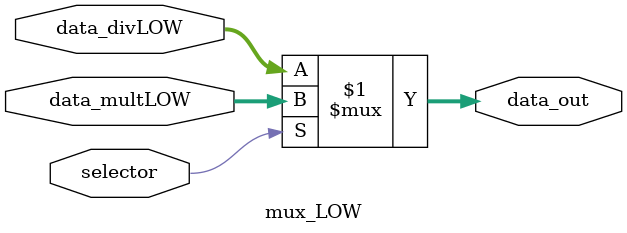
<source format=v>
module mux_LOW(
    input wire selector,
    input wire [31:0] data_divLOW,
    input wire [31:0] data_multLOW,
    output wire [31:0] data_out
);

    assign data_out = (selector) ? data_multLOW : data_divLOW; 

endmodule
</source>
